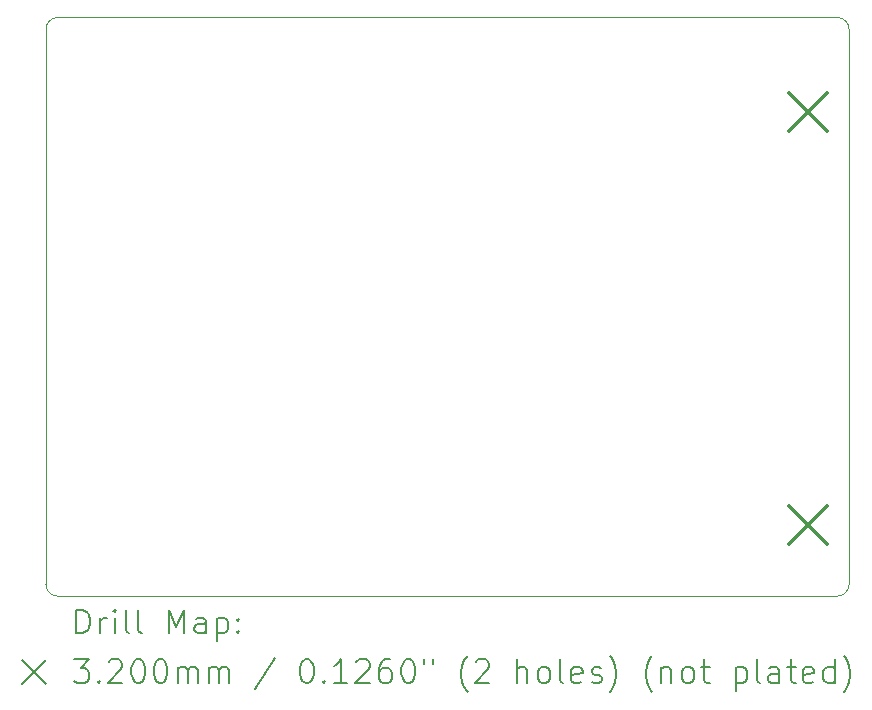
<source format=gbr>
%TF.GenerationSoftware,KiCad,Pcbnew,8.0.9-8.0.9-0~ubuntu24.04.1*%
%TF.CreationDate,2025-03-05T09:12:24+01:00*%
%TF.ProjectId,SpeedometerV1,53706565-646f-46d6-9574-657256312e6b,V2*%
%TF.SameCoordinates,Original*%
%TF.FileFunction,Drillmap*%
%TF.FilePolarity,Positive*%
%FSLAX45Y45*%
G04 Gerber Fmt 4.5, Leading zero omitted, Abs format (unit mm)*
G04 Created by KiCad (PCBNEW 8.0.9-8.0.9-0~ubuntu24.04.1) date 2025-03-05 09:12:24*
%MOMM*%
%LPD*%
G01*
G04 APERTURE LIST*
%ADD10C,0.050000*%
%ADD11C,0.200000*%
%ADD12C,0.320000*%
G04 APERTURE END LIST*
D10*
X10210000Y-3540000D02*
G75*
G02*
X10310000Y-3640000I0J-100000D01*
G01*
X3510000Y-3640000D02*
G75*
G02*
X3610000Y-3540000I100000J0D01*
G01*
X10210000Y-8440000D02*
X3610000Y-8440000D01*
X3510000Y-8340000D02*
X3510000Y-3640000D01*
X3610000Y-8440000D02*
G75*
G02*
X3510000Y-8340000I0J100000D01*
G01*
X10310000Y-3640000D02*
X10310000Y-8340000D01*
X3610000Y-3540000D02*
X10210000Y-3540000D01*
X10310000Y-8340000D02*
G75*
G02*
X10210000Y-8440000I-100000J0D01*
G01*
D11*
D12*
X9800000Y-4180000D02*
X10120000Y-4500000D01*
X10120000Y-4180000D02*
X9800000Y-4500000D01*
X9800000Y-7680000D02*
X10120000Y-8000000D01*
X10120000Y-7680000D02*
X9800000Y-8000000D01*
D11*
X3768277Y-8753984D02*
X3768277Y-8553984D01*
X3768277Y-8553984D02*
X3815896Y-8553984D01*
X3815896Y-8553984D02*
X3844467Y-8563508D01*
X3844467Y-8563508D02*
X3863515Y-8582555D01*
X3863515Y-8582555D02*
X3873039Y-8601603D01*
X3873039Y-8601603D02*
X3882562Y-8639698D01*
X3882562Y-8639698D02*
X3882562Y-8668270D01*
X3882562Y-8668270D02*
X3873039Y-8706365D01*
X3873039Y-8706365D02*
X3863515Y-8725412D01*
X3863515Y-8725412D02*
X3844467Y-8744460D01*
X3844467Y-8744460D02*
X3815896Y-8753984D01*
X3815896Y-8753984D02*
X3768277Y-8753984D01*
X3968277Y-8753984D02*
X3968277Y-8620650D01*
X3968277Y-8658746D02*
X3977801Y-8639698D01*
X3977801Y-8639698D02*
X3987324Y-8630174D01*
X3987324Y-8630174D02*
X4006372Y-8620650D01*
X4006372Y-8620650D02*
X4025420Y-8620650D01*
X4092086Y-8753984D02*
X4092086Y-8620650D01*
X4092086Y-8553984D02*
X4082562Y-8563508D01*
X4082562Y-8563508D02*
X4092086Y-8573031D01*
X4092086Y-8573031D02*
X4101610Y-8563508D01*
X4101610Y-8563508D02*
X4092086Y-8553984D01*
X4092086Y-8553984D02*
X4092086Y-8573031D01*
X4215896Y-8753984D02*
X4196848Y-8744460D01*
X4196848Y-8744460D02*
X4187324Y-8725412D01*
X4187324Y-8725412D02*
X4187324Y-8553984D01*
X4320658Y-8753984D02*
X4301610Y-8744460D01*
X4301610Y-8744460D02*
X4292086Y-8725412D01*
X4292086Y-8725412D02*
X4292086Y-8553984D01*
X4549229Y-8753984D02*
X4549229Y-8553984D01*
X4549229Y-8553984D02*
X4615896Y-8696841D01*
X4615896Y-8696841D02*
X4682563Y-8553984D01*
X4682563Y-8553984D02*
X4682563Y-8753984D01*
X4863515Y-8753984D02*
X4863515Y-8649222D01*
X4863515Y-8649222D02*
X4853991Y-8630174D01*
X4853991Y-8630174D02*
X4834944Y-8620650D01*
X4834944Y-8620650D02*
X4796848Y-8620650D01*
X4796848Y-8620650D02*
X4777801Y-8630174D01*
X4863515Y-8744460D02*
X4844467Y-8753984D01*
X4844467Y-8753984D02*
X4796848Y-8753984D01*
X4796848Y-8753984D02*
X4777801Y-8744460D01*
X4777801Y-8744460D02*
X4768277Y-8725412D01*
X4768277Y-8725412D02*
X4768277Y-8706365D01*
X4768277Y-8706365D02*
X4777801Y-8687317D01*
X4777801Y-8687317D02*
X4796848Y-8677793D01*
X4796848Y-8677793D02*
X4844467Y-8677793D01*
X4844467Y-8677793D02*
X4863515Y-8668270D01*
X4958753Y-8620650D02*
X4958753Y-8820650D01*
X4958753Y-8630174D02*
X4977801Y-8620650D01*
X4977801Y-8620650D02*
X5015896Y-8620650D01*
X5015896Y-8620650D02*
X5034944Y-8630174D01*
X5034944Y-8630174D02*
X5044467Y-8639698D01*
X5044467Y-8639698D02*
X5053991Y-8658746D01*
X5053991Y-8658746D02*
X5053991Y-8715889D01*
X5053991Y-8715889D02*
X5044467Y-8734936D01*
X5044467Y-8734936D02*
X5034944Y-8744460D01*
X5034944Y-8744460D02*
X5015896Y-8753984D01*
X5015896Y-8753984D02*
X4977801Y-8753984D01*
X4977801Y-8753984D02*
X4958753Y-8744460D01*
X5139705Y-8734936D02*
X5149229Y-8744460D01*
X5149229Y-8744460D02*
X5139705Y-8753984D01*
X5139705Y-8753984D02*
X5130182Y-8744460D01*
X5130182Y-8744460D02*
X5139705Y-8734936D01*
X5139705Y-8734936D02*
X5139705Y-8753984D01*
X5139705Y-8630174D02*
X5149229Y-8639698D01*
X5149229Y-8639698D02*
X5139705Y-8649222D01*
X5139705Y-8649222D02*
X5130182Y-8639698D01*
X5130182Y-8639698D02*
X5139705Y-8630174D01*
X5139705Y-8630174D02*
X5139705Y-8649222D01*
X3307500Y-8982500D02*
X3507500Y-9182500D01*
X3507500Y-8982500D02*
X3307500Y-9182500D01*
X3749229Y-8973984D02*
X3873039Y-8973984D01*
X3873039Y-8973984D02*
X3806372Y-9050174D01*
X3806372Y-9050174D02*
X3834943Y-9050174D01*
X3834943Y-9050174D02*
X3853991Y-9059698D01*
X3853991Y-9059698D02*
X3863515Y-9069222D01*
X3863515Y-9069222D02*
X3873039Y-9088270D01*
X3873039Y-9088270D02*
X3873039Y-9135889D01*
X3873039Y-9135889D02*
X3863515Y-9154936D01*
X3863515Y-9154936D02*
X3853991Y-9164460D01*
X3853991Y-9164460D02*
X3834943Y-9173984D01*
X3834943Y-9173984D02*
X3777801Y-9173984D01*
X3777801Y-9173984D02*
X3758753Y-9164460D01*
X3758753Y-9164460D02*
X3749229Y-9154936D01*
X3958753Y-9154936D02*
X3968277Y-9164460D01*
X3968277Y-9164460D02*
X3958753Y-9173984D01*
X3958753Y-9173984D02*
X3949229Y-9164460D01*
X3949229Y-9164460D02*
X3958753Y-9154936D01*
X3958753Y-9154936D02*
X3958753Y-9173984D01*
X4044467Y-8993031D02*
X4053991Y-8983508D01*
X4053991Y-8983508D02*
X4073039Y-8973984D01*
X4073039Y-8973984D02*
X4120658Y-8973984D01*
X4120658Y-8973984D02*
X4139705Y-8983508D01*
X4139705Y-8983508D02*
X4149229Y-8993031D01*
X4149229Y-8993031D02*
X4158753Y-9012079D01*
X4158753Y-9012079D02*
X4158753Y-9031127D01*
X4158753Y-9031127D02*
X4149229Y-9059698D01*
X4149229Y-9059698D02*
X4034943Y-9173984D01*
X4034943Y-9173984D02*
X4158753Y-9173984D01*
X4282563Y-8973984D02*
X4301610Y-8973984D01*
X4301610Y-8973984D02*
X4320658Y-8983508D01*
X4320658Y-8983508D02*
X4330182Y-8993031D01*
X4330182Y-8993031D02*
X4339705Y-9012079D01*
X4339705Y-9012079D02*
X4349229Y-9050174D01*
X4349229Y-9050174D02*
X4349229Y-9097793D01*
X4349229Y-9097793D02*
X4339705Y-9135889D01*
X4339705Y-9135889D02*
X4330182Y-9154936D01*
X4330182Y-9154936D02*
X4320658Y-9164460D01*
X4320658Y-9164460D02*
X4301610Y-9173984D01*
X4301610Y-9173984D02*
X4282563Y-9173984D01*
X4282563Y-9173984D02*
X4263515Y-9164460D01*
X4263515Y-9164460D02*
X4253991Y-9154936D01*
X4253991Y-9154936D02*
X4244467Y-9135889D01*
X4244467Y-9135889D02*
X4234944Y-9097793D01*
X4234944Y-9097793D02*
X4234944Y-9050174D01*
X4234944Y-9050174D02*
X4244467Y-9012079D01*
X4244467Y-9012079D02*
X4253991Y-8993031D01*
X4253991Y-8993031D02*
X4263515Y-8983508D01*
X4263515Y-8983508D02*
X4282563Y-8973984D01*
X4473039Y-8973984D02*
X4492086Y-8973984D01*
X4492086Y-8973984D02*
X4511134Y-8983508D01*
X4511134Y-8983508D02*
X4520658Y-8993031D01*
X4520658Y-8993031D02*
X4530182Y-9012079D01*
X4530182Y-9012079D02*
X4539705Y-9050174D01*
X4539705Y-9050174D02*
X4539705Y-9097793D01*
X4539705Y-9097793D02*
X4530182Y-9135889D01*
X4530182Y-9135889D02*
X4520658Y-9154936D01*
X4520658Y-9154936D02*
X4511134Y-9164460D01*
X4511134Y-9164460D02*
X4492086Y-9173984D01*
X4492086Y-9173984D02*
X4473039Y-9173984D01*
X4473039Y-9173984D02*
X4453991Y-9164460D01*
X4453991Y-9164460D02*
X4444467Y-9154936D01*
X4444467Y-9154936D02*
X4434944Y-9135889D01*
X4434944Y-9135889D02*
X4425420Y-9097793D01*
X4425420Y-9097793D02*
X4425420Y-9050174D01*
X4425420Y-9050174D02*
X4434944Y-9012079D01*
X4434944Y-9012079D02*
X4444467Y-8993031D01*
X4444467Y-8993031D02*
X4453991Y-8983508D01*
X4453991Y-8983508D02*
X4473039Y-8973984D01*
X4625420Y-9173984D02*
X4625420Y-9040650D01*
X4625420Y-9059698D02*
X4634944Y-9050174D01*
X4634944Y-9050174D02*
X4653991Y-9040650D01*
X4653991Y-9040650D02*
X4682563Y-9040650D01*
X4682563Y-9040650D02*
X4701610Y-9050174D01*
X4701610Y-9050174D02*
X4711134Y-9069222D01*
X4711134Y-9069222D02*
X4711134Y-9173984D01*
X4711134Y-9069222D02*
X4720658Y-9050174D01*
X4720658Y-9050174D02*
X4739705Y-9040650D01*
X4739705Y-9040650D02*
X4768277Y-9040650D01*
X4768277Y-9040650D02*
X4787325Y-9050174D01*
X4787325Y-9050174D02*
X4796848Y-9069222D01*
X4796848Y-9069222D02*
X4796848Y-9173984D01*
X4892086Y-9173984D02*
X4892086Y-9040650D01*
X4892086Y-9059698D02*
X4901610Y-9050174D01*
X4901610Y-9050174D02*
X4920658Y-9040650D01*
X4920658Y-9040650D02*
X4949229Y-9040650D01*
X4949229Y-9040650D02*
X4968277Y-9050174D01*
X4968277Y-9050174D02*
X4977801Y-9069222D01*
X4977801Y-9069222D02*
X4977801Y-9173984D01*
X4977801Y-9069222D02*
X4987325Y-9050174D01*
X4987325Y-9050174D02*
X5006372Y-9040650D01*
X5006372Y-9040650D02*
X5034944Y-9040650D01*
X5034944Y-9040650D02*
X5053991Y-9050174D01*
X5053991Y-9050174D02*
X5063515Y-9069222D01*
X5063515Y-9069222D02*
X5063515Y-9173984D01*
X5453991Y-8964460D02*
X5282563Y-9221603D01*
X5711134Y-8973984D02*
X5730182Y-8973984D01*
X5730182Y-8973984D02*
X5749229Y-8983508D01*
X5749229Y-8983508D02*
X5758753Y-8993031D01*
X5758753Y-8993031D02*
X5768277Y-9012079D01*
X5768277Y-9012079D02*
X5777801Y-9050174D01*
X5777801Y-9050174D02*
X5777801Y-9097793D01*
X5777801Y-9097793D02*
X5768277Y-9135889D01*
X5768277Y-9135889D02*
X5758753Y-9154936D01*
X5758753Y-9154936D02*
X5749229Y-9164460D01*
X5749229Y-9164460D02*
X5730182Y-9173984D01*
X5730182Y-9173984D02*
X5711134Y-9173984D01*
X5711134Y-9173984D02*
X5692086Y-9164460D01*
X5692086Y-9164460D02*
X5682563Y-9154936D01*
X5682563Y-9154936D02*
X5673039Y-9135889D01*
X5673039Y-9135889D02*
X5663515Y-9097793D01*
X5663515Y-9097793D02*
X5663515Y-9050174D01*
X5663515Y-9050174D02*
X5673039Y-9012079D01*
X5673039Y-9012079D02*
X5682563Y-8993031D01*
X5682563Y-8993031D02*
X5692086Y-8983508D01*
X5692086Y-8983508D02*
X5711134Y-8973984D01*
X5863515Y-9154936D02*
X5873039Y-9164460D01*
X5873039Y-9164460D02*
X5863515Y-9173984D01*
X5863515Y-9173984D02*
X5853991Y-9164460D01*
X5853991Y-9164460D02*
X5863515Y-9154936D01*
X5863515Y-9154936D02*
X5863515Y-9173984D01*
X6063515Y-9173984D02*
X5949229Y-9173984D01*
X6006372Y-9173984D02*
X6006372Y-8973984D01*
X6006372Y-8973984D02*
X5987325Y-9002555D01*
X5987325Y-9002555D02*
X5968277Y-9021603D01*
X5968277Y-9021603D02*
X5949229Y-9031127D01*
X6139706Y-8993031D02*
X6149229Y-8983508D01*
X6149229Y-8983508D02*
X6168277Y-8973984D01*
X6168277Y-8973984D02*
X6215896Y-8973984D01*
X6215896Y-8973984D02*
X6234944Y-8983508D01*
X6234944Y-8983508D02*
X6244467Y-8993031D01*
X6244467Y-8993031D02*
X6253991Y-9012079D01*
X6253991Y-9012079D02*
X6253991Y-9031127D01*
X6253991Y-9031127D02*
X6244467Y-9059698D01*
X6244467Y-9059698D02*
X6130182Y-9173984D01*
X6130182Y-9173984D02*
X6253991Y-9173984D01*
X6425420Y-8973984D02*
X6387325Y-8973984D01*
X6387325Y-8973984D02*
X6368277Y-8983508D01*
X6368277Y-8983508D02*
X6358753Y-8993031D01*
X6358753Y-8993031D02*
X6339706Y-9021603D01*
X6339706Y-9021603D02*
X6330182Y-9059698D01*
X6330182Y-9059698D02*
X6330182Y-9135889D01*
X6330182Y-9135889D02*
X6339706Y-9154936D01*
X6339706Y-9154936D02*
X6349229Y-9164460D01*
X6349229Y-9164460D02*
X6368277Y-9173984D01*
X6368277Y-9173984D02*
X6406372Y-9173984D01*
X6406372Y-9173984D02*
X6425420Y-9164460D01*
X6425420Y-9164460D02*
X6434944Y-9154936D01*
X6434944Y-9154936D02*
X6444467Y-9135889D01*
X6444467Y-9135889D02*
X6444467Y-9088270D01*
X6444467Y-9088270D02*
X6434944Y-9069222D01*
X6434944Y-9069222D02*
X6425420Y-9059698D01*
X6425420Y-9059698D02*
X6406372Y-9050174D01*
X6406372Y-9050174D02*
X6368277Y-9050174D01*
X6368277Y-9050174D02*
X6349229Y-9059698D01*
X6349229Y-9059698D02*
X6339706Y-9069222D01*
X6339706Y-9069222D02*
X6330182Y-9088270D01*
X6568277Y-8973984D02*
X6587325Y-8973984D01*
X6587325Y-8973984D02*
X6606372Y-8983508D01*
X6606372Y-8983508D02*
X6615896Y-8993031D01*
X6615896Y-8993031D02*
X6625420Y-9012079D01*
X6625420Y-9012079D02*
X6634944Y-9050174D01*
X6634944Y-9050174D02*
X6634944Y-9097793D01*
X6634944Y-9097793D02*
X6625420Y-9135889D01*
X6625420Y-9135889D02*
X6615896Y-9154936D01*
X6615896Y-9154936D02*
X6606372Y-9164460D01*
X6606372Y-9164460D02*
X6587325Y-9173984D01*
X6587325Y-9173984D02*
X6568277Y-9173984D01*
X6568277Y-9173984D02*
X6549229Y-9164460D01*
X6549229Y-9164460D02*
X6539706Y-9154936D01*
X6539706Y-9154936D02*
X6530182Y-9135889D01*
X6530182Y-9135889D02*
X6520658Y-9097793D01*
X6520658Y-9097793D02*
X6520658Y-9050174D01*
X6520658Y-9050174D02*
X6530182Y-9012079D01*
X6530182Y-9012079D02*
X6539706Y-8993031D01*
X6539706Y-8993031D02*
X6549229Y-8983508D01*
X6549229Y-8983508D02*
X6568277Y-8973984D01*
X6711134Y-8973984D02*
X6711134Y-9012079D01*
X6787325Y-8973984D02*
X6787325Y-9012079D01*
X7082563Y-9250174D02*
X7073039Y-9240650D01*
X7073039Y-9240650D02*
X7053991Y-9212079D01*
X7053991Y-9212079D02*
X7044468Y-9193031D01*
X7044468Y-9193031D02*
X7034944Y-9164460D01*
X7034944Y-9164460D02*
X7025420Y-9116841D01*
X7025420Y-9116841D02*
X7025420Y-9078746D01*
X7025420Y-9078746D02*
X7034944Y-9031127D01*
X7034944Y-9031127D02*
X7044468Y-9002555D01*
X7044468Y-9002555D02*
X7053991Y-8983508D01*
X7053991Y-8983508D02*
X7073039Y-8954936D01*
X7073039Y-8954936D02*
X7082563Y-8945412D01*
X7149229Y-8993031D02*
X7158753Y-8983508D01*
X7158753Y-8983508D02*
X7177801Y-8973984D01*
X7177801Y-8973984D02*
X7225420Y-8973984D01*
X7225420Y-8973984D02*
X7244468Y-8983508D01*
X7244468Y-8983508D02*
X7253991Y-8993031D01*
X7253991Y-8993031D02*
X7263515Y-9012079D01*
X7263515Y-9012079D02*
X7263515Y-9031127D01*
X7263515Y-9031127D02*
X7253991Y-9059698D01*
X7253991Y-9059698D02*
X7139706Y-9173984D01*
X7139706Y-9173984D02*
X7263515Y-9173984D01*
X7501610Y-9173984D02*
X7501610Y-8973984D01*
X7587325Y-9173984D02*
X7587325Y-9069222D01*
X7587325Y-9069222D02*
X7577801Y-9050174D01*
X7577801Y-9050174D02*
X7558753Y-9040650D01*
X7558753Y-9040650D02*
X7530182Y-9040650D01*
X7530182Y-9040650D02*
X7511134Y-9050174D01*
X7511134Y-9050174D02*
X7501610Y-9059698D01*
X7711134Y-9173984D02*
X7692087Y-9164460D01*
X7692087Y-9164460D02*
X7682563Y-9154936D01*
X7682563Y-9154936D02*
X7673039Y-9135889D01*
X7673039Y-9135889D02*
X7673039Y-9078746D01*
X7673039Y-9078746D02*
X7682563Y-9059698D01*
X7682563Y-9059698D02*
X7692087Y-9050174D01*
X7692087Y-9050174D02*
X7711134Y-9040650D01*
X7711134Y-9040650D02*
X7739706Y-9040650D01*
X7739706Y-9040650D02*
X7758753Y-9050174D01*
X7758753Y-9050174D02*
X7768277Y-9059698D01*
X7768277Y-9059698D02*
X7777801Y-9078746D01*
X7777801Y-9078746D02*
X7777801Y-9135889D01*
X7777801Y-9135889D02*
X7768277Y-9154936D01*
X7768277Y-9154936D02*
X7758753Y-9164460D01*
X7758753Y-9164460D02*
X7739706Y-9173984D01*
X7739706Y-9173984D02*
X7711134Y-9173984D01*
X7892087Y-9173984D02*
X7873039Y-9164460D01*
X7873039Y-9164460D02*
X7863515Y-9145412D01*
X7863515Y-9145412D02*
X7863515Y-8973984D01*
X8044468Y-9164460D02*
X8025420Y-9173984D01*
X8025420Y-9173984D02*
X7987325Y-9173984D01*
X7987325Y-9173984D02*
X7968277Y-9164460D01*
X7968277Y-9164460D02*
X7958753Y-9145412D01*
X7958753Y-9145412D02*
X7958753Y-9069222D01*
X7958753Y-9069222D02*
X7968277Y-9050174D01*
X7968277Y-9050174D02*
X7987325Y-9040650D01*
X7987325Y-9040650D02*
X8025420Y-9040650D01*
X8025420Y-9040650D02*
X8044468Y-9050174D01*
X8044468Y-9050174D02*
X8053991Y-9069222D01*
X8053991Y-9069222D02*
X8053991Y-9088270D01*
X8053991Y-9088270D02*
X7958753Y-9107317D01*
X8130182Y-9164460D02*
X8149230Y-9173984D01*
X8149230Y-9173984D02*
X8187325Y-9173984D01*
X8187325Y-9173984D02*
X8206372Y-9164460D01*
X8206372Y-9164460D02*
X8215896Y-9145412D01*
X8215896Y-9145412D02*
X8215896Y-9135889D01*
X8215896Y-9135889D02*
X8206372Y-9116841D01*
X8206372Y-9116841D02*
X8187325Y-9107317D01*
X8187325Y-9107317D02*
X8158753Y-9107317D01*
X8158753Y-9107317D02*
X8139706Y-9097793D01*
X8139706Y-9097793D02*
X8130182Y-9078746D01*
X8130182Y-9078746D02*
X8130182Y-9069222D01*
X8130182Y-9069222D02*
X8139706Y-9050174D01*
X8139706Y-9050174D02*
X8158753Y-9040650D01*
X8158753Y-9040650D02*
X8187325Y-9040650D01*
X8187325Y-9040650D02*
X8206372Y-9050174D01*
X8282563Y-9250174D02*
X8292087Y-9240650D01*
X8292087Y-9240650D02*
X8311134Y-9212079D01*
X8311134Y-9212079D02*
X8320658Y-9193031D01*
X8320658Y-9193031D02*
X8330182Y-9164460D01*
X8330182Y-9164460D02*
X8339706Y-9116841D01*
X8339706Y-9116841D02*
X8339706Y-9078746D01*
X8339706Y-9078746D02*
X8330182Y-9031127D01*
X8330182Y-9031127D02*
X8320658Y-9002555D01*
X8320658Y-9002555D02*
X8311134Y-8983508D01*
X8311134Y-8983508D02*
X8292087Y-8954936D01*
X8292087Y-8954936D02*
X8282563Y-8945412D01*
X8644468Y-9250174D02*
X8634944Y-9240650D01*
X8634944Y-9240650D02*
X8615896Y-9212079D01*
X8615896Y-9212079D02*
X8606373Y-9193031D01*
X8606373Y-9193031D02*
X8596849Y-9164460D01*
X8596849Y-9164460D02*
X8587325Y-9116841D01*
X8587325Y-9116841D02*
X8587325Y-9078746D01*
X8587325Y-9078746D02*
X8596849Y-9031127D01*
X8596849Y-9031127D02*
X8606373Y-9002555D01*
X8606373Y-9002555D02*
X8615896Y-8983508D01*
X8615896Y-8983508D02*
X8634944Y-8954936D01*
X8634944Y-8954936D02*
X8644468Y-8945412D01*
X8720658Y-9040650D02*
X8720658Y-9173984D01*
X8720658Y-9059698D02*
X8730182Y-9050174D01*
X8730182Y-9050174D02*
X8749230Y-9040650D01*
X8749230Y-9040650D02*
X8777801Y-9040650D01*
X8777801Y-9040650D02*
X8796849Y-9050174D01*
X8796849Y-9050174D02*
X8806373Y-9069222D01*
X8806373Y-9069222D02*
X8806373Y-9173984D01*
X8930182Y-9173984D02*
X8911134Y-9164460D01*
X8911134Y-9164460D02*
X8901611Y-9154936D01*
X8901611Y-9154936D02*
X8892087Y-9135889D01*
X8892087Y-9135889D02*
X8892087Y-9078746D01*
X8892087Y-9078746D02*
X8901611Y-9059698D01*
X8901611Y-9059698D02*
X8911134Y-9050174D01*
X8911134Y-9050174D02*
X8930182Y-9040650D01*
X8930182Y-9040650D02*
X8958754Y-9040650D01*
X8958754Y-9040650D02*
X8977801Y-9050174D01*
X8977801Y-9050174D02*
X8987325Y-9059698D01*
X8987325Y-9059698D02*
X8996849Y-9078746D01*
X8996849Y-9078746D02*
X8996849Y-9135889D01*
X8996849Y-9135889D02*
X8987325Y-9154936D01*
X8987325Y-9154936D02*
X8977801Y-9164460D01*
X8977801Y-9164460D02*
X8958754Y-9173984D01*
X8958754Y-9173984D02*
X8930182Y-9173984D01*
X9053992Y-9040650D02*
X9130182Y-9040650D01*
X9082563Y-8973984D02*
X9082563Y-9145412D01*
X9082563Y-9145412D02*
X9092087Y-9164460D01*
X9092087Y-9164460D02*
X9111134Y-9173984D01*
X9111134Y-9173984D02*
X9130182Y-9173984D01*
X9349230Y-9040650D02*
X9349230Y-9240650D01*
X9349230Y-9050174D02*
X9368277Y-9040650D01*
X9368277Y-9040650D02*
X9406373Y-9040650D01*
X9406373Y-9040650D02*
X9425420Y-9050174D01*
X9425420Y-9050174D02*
X9434944Y-9059698D01*
X9434944Y-9059698D02*
X9444468Y-9078746D01*
X9444468Y-9078746D02*
X9444468Y-9135889D01*
X9444468Y-9135889D02*
X9434944Y-9154936D01*
X9434944Y-9154936D02*
X9425420Y-9164460D01*
X9425420Y-9164460D02*
X9406373Y-9173984D01*
X9406373Y-9173984D02*
X9368277Y-9173984D01*
X9368277Y-9173984D02*
X9349230Y-9164460D01*
X9558754Y-9173984D02*
X9539706Y-9164460D01*
X9539706Y-9164460D02*
X9530182Y-9145412D01*
X9530182Y-9145412D02*
X9530182Y-8973984D01*
X9720658Y-9173984D02*
X9720658Y-9069222D01*
X9720658Y-9069222D02*
X9711135Y-9050174D01*
X9711135Y-9050174D02*
X9692087Y-9040650D01*
X9692087Y-9040650D02*
X9653992Y-9040650D01*
X9653992Y-9040650D02*
X9634944Y-9050174D01*
X9720658Y-9164460D02*
X9701611Y-9173984D01*
X9701611Y-9173984D02*
X9653992Y-9173984D01*
X9653992Y-9173984D02*
X9634944Y-9164460D01*
X9634944Y-9164460D02*
X9625420Y-9145412D01*
X9625420Y-9145412D02*
X9625420Y-9126365D01*
X9625420Y-9126365D02*
X9634944Y-9107317D01*
X9634944Y-9107317D02*
X9653992Y-9097793D01*
X9653992Y-9097793D02*
X9701611Y-9097793D01*
X9701611Y-9097793D02*
X9720658Y-9088270D01*
X9787325Y-9040650D02*
X9863515Y-9040650D01*
X9815896Y-8973984D02*
X9815896Y-9145412D01*
X9815896Y-9145412D02*
X9825420Y-9164460D01*
X9825420Y-9164460D02*
X9844468Y-9173984D01*
X9844468Y-9173984D02*
X9863515Y-9173984D01*
X10006373Y-9164460D02*
X9987325Y-9173984D01*
X9987325Y-9173984D02*
X9949230Y-9173984D01*
X9949230Y-9173984D02*
X9930182Y-9164460D01*
X9930182Y-9164460D02*
X9920658Y-9145412D01*
X9920658Y-9145412D02*
X9920658Y-9069222D01*
X9920658Y-9069222D02*
X9930182Y-9050174D01*
X9930182Y-9050174D02*
X9949230Y-9040650D01*
X9949230Y-9040650D02*
X9987325Y-9040650D01*
X9987325Y-9040650D02*
X10006373Y-9050174D01*
X10006373Y-9050174D02*
X10015896Y-9069222D01*
X10015896Y-9069222D02*
X10015896Y-9088270D01*
X10015896Y-9088270D02*
X9920658Y-9107317D01*
X10187325Y-9173984D02*
X10187325Y-8973984D01*
X10187325Y-9164460D02*
X10168277Y-9173984D01*
X10168277Y-9173984D02*
X10130182Y-9173984D01*
X10130182Y-9173984D02*
X10111135Y-9164460D01*
X10111135Y-9164460D02*
X10101611Y-9154936D01*
X10101611Y-9154936D02*
X10092087Y-9135889D01*
X10092087Y-9135889D02*
X10092087Y-9078746D01*
X10092087Y-9078746D02*
X10101611Y-9059698D01*
X10101611Y-9059698D02*
X10111135Y-9050174D01*
X10111135Y-9050174D02*
X10130182Y-9040650D01*
X10130182Y-9040650D02*
X10168277Y-9040650D01*
X10168277Y-9040650D02*
X10187325Y-9050174D01*
X10263516Y-9250174D02*
X10273039Y-9240650D01*
X10273039Y-9240650D02*
X10292087Y-9212079D01*
X10292087Y-9212079D02*
X10301611Y-9193031D01*
X10301611Y-9193031D02*
X10311135Y-9164460D01*
X10311135Y-9164460D02*
X10320658Y-9116841D01*
X10320658Y-9116841D02*
X10320658Y-9078746D01*
X10320658Y-9078746D02*
X10311135Y-9031127D01*
X10311135Y-9031127D02*
X10301611Y-9002555D01*
X10301611Y-9002555D02*
X10292087Y-8983508D01*
X10292087Y-8983508D02*
X10273039Y-8954936D01*
X10273039Y-8954936D02*
X10263516Y-8945412D01*
M02*

</source>
